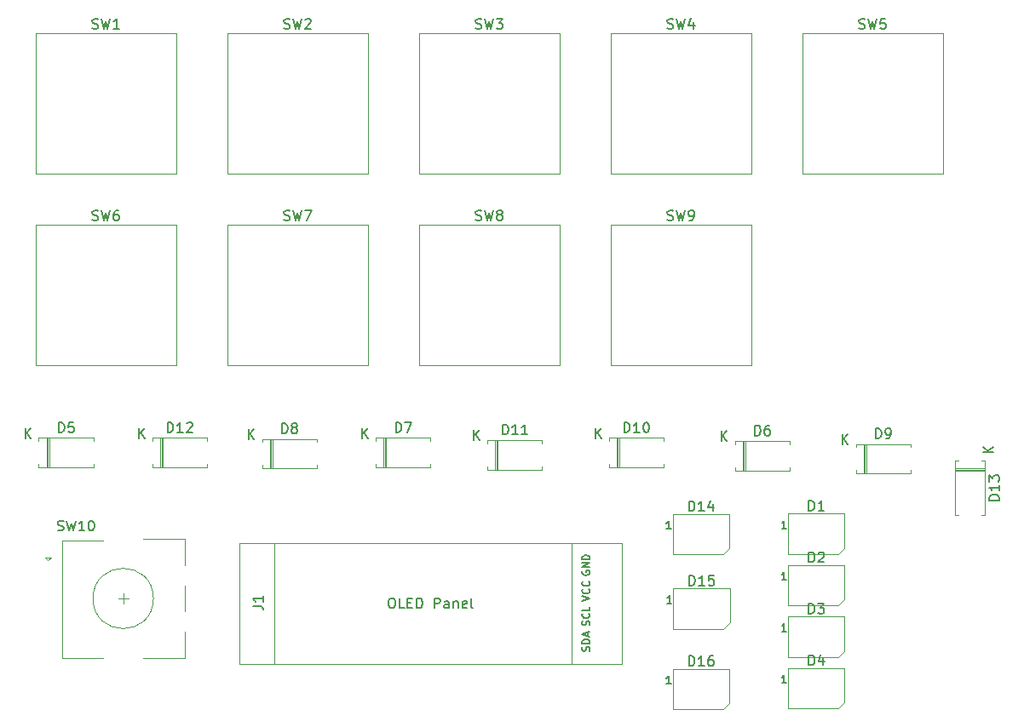
<source format=gbr>
%TF.GenerationSoftware,KiCad,Pcbnew,9.0.1*%
%TF.CreationDate,2025-05-27T18:47:11-04:00*%
%TF.ProjectId,hackpad,6861636b-7061-4642-9e6b-696361645f70,rev?*%
%TF.SameCoordinates,Original*%
%TF.FileFunction,Legend,Top*%
%TF.FilePolarity,Positive*%
%FSLAX46Y46*%
G04 Gerber Fmt 4.6, Leading zero omitted, Abs format (unit mm)*
G04 Created by KiCad (PCBNEW 9.0.1) date 2025-05-27 18:47:11*
%MOMM*%
%LPD*%
G01*
G04 APERTURE LIST*
%ADD10C,0.150000*%
%ADD11C,0.120000*%
%ADD12C,0.040000*%
G04 APERTURE END LIST*
D10*
X74061905Y-75584819D02*
X74061905Y-74584819D01*
X74061905Y-74584819D02*
X74300000Y-74584819D01*
X74300000Y-74584819D02*
X74442857Y-74632438D01*
X74442857Y-74632438D02*
X74538095Y-74727676D01*
X74538095Y-74727676D02*
X74585714Y-74822914D01*
X74585714Y-74822914D02*
X74633333Y-75013390D01*
X74633333Y-75013390D02*
X74633333Y-75156247D01*
X74633333Y-75156247D02*
X74585714Y-75346723D01*
X74585714Y-75346723D02*
X74538095Y-75441961D01*
X74538095Y-75441961D02*
X74442857Y-75537200D01*
X74442857Y-75537200D02*
X74300000Y-75584819D01*
X74300000Y-75584819D02*
X74061905Y-75584819D01*
X74966667Y-74584819D02*
X75633333Y-74584819D01*
X75633333Y-74584819D02*
X75204762Y-75584819D01*
X70728095Y-76154819D02*
X70728095Y-75154819D01*
X71299523Y-76154819D02*
X70870952Y-75583390D01*
X71299523Y-75154819D02*
X70728095Y-75726247D01*
X120110417Y-35395700D02*
X120253274Y-35443319D01*
X120253274Y-35443319D02*
X120491369Y-35443319D01*
X120491369Y-35443319D02*
X120586607Y-35395700D01*
X120586607Y-35395700D02*
X120634226Y-35348080D01*
X120634226Y-35348080D02*
X120681845Y-35252842D01*
X120681845Y-35252842D02*
X120681845Y-35157604D01*
X120681845Y-35157604D02*
X120634226Y-35062366D01*
X120634226Y-35062366D02*
X120586607Y-35014747D01*
X120586607Y-35014747D02*
X120491369Y-34967128D01*
X120491369Y-34967128D02*
X120300893Y-34919509D01*
X120300893Y-34919509D02*
X120205655Y-34871890D01*
X120205655Y-34871890D02*
X120158036Y-34824271D01*
X120158036Y-34824271D02*
X120110417Y-34729033D01*
X120110417Y-34729033D02*
X120110417Y-34633795D01*
X120110417Y-34633795D02*
X120158036Y-34538557D01*
X120158036Y-34538557D02*
X120205655Y-34490938D01*
X120205655Y-34490938D02*
X120300893Y-34443319D01*
X120300893Y-34443319D02*
X120538988Y-34443319D01*
X120538988Y-34443319D02*
X120681845Y-34490938D01*
X121015179Y-34443319D02*
X121253274Y-35443319D01*
X121253274Y-35443319D02*
X121443750Y-34729033D01*
X121443750Y-34729033D02*
X121634226Y-35443319D01*
X121634226Y-35443319D02*
X121872322Y-34443319D01*
X122729464Y-34443319D02*
X122253274Y-34443319D01*
X122253274Y-34443319D02*
X122205655Y-34919509D01*
X122205655Y-34919509D02*
X122253274Y-34871890D01*
X122253274Y-34871890D02*
X122348512Y-34824271D01*
X122348512Y-34824271D02*
X122586607Y-34824271D01*
X122586607Y-34824271D02*
X122681845Y-34871890D01*
X122681845Y-34871890D02*
X122729464Y-34919509D01*
X122729464Y-34919509D02*
X122777083Y-35014747D01*
X122777083Y-35014747D02*
X122777083Y-35252842D01*
X122777083Y-35252842D02*
X122729464Y-35348080D01*
X122729464Y-35348080D02*
X122681845Y-35395700D01*
X122681845Y-35395700D02*
X122586607Y-35443319D01*
X122586607Y-35443319D02*
X122348512Y-35443319D01*
X122348512Y-35443319D02*
X122253274Y-35395700D01*
X122253274Y-35395700D02*
X122205655Y-35348080D01*
X115111905Y-93609819D02*
X115111905Y-92609819D01*
X115111905Y-92609819D02*
X115350000Y-92609819D01*
X115350000Y-92609819D02*
X115492857Y-92657438D01*
X115492857Y-92657438D02*
X115588095Y-92752676D01*
X115588095Y-92752676D02*
X115635714Y-92847914D01*
X115635714Y-92847914D02*
X115683333Y-93038390D01*
X115683333Y-93038390D02*
X115683333Y-93181247D01*
X115683333Y-93181247D02*
X115635714Y-93371723D01*
X115635714Y-93371723D02*
X115588095Y-93466961D01*
X115588095Y-93466961D02*
X115492857Y-93562200D01*
X115492857Y-93562200D02*
X115350000Y-93609819D01*
X115350000Y-93609819D02*
X115111905Y-93609819D01*
X116016667Y-92609819D02*
X116635714Y-92609819D01*
X116635714Y-92609819D02*
X116302381Y-92990771D01*
X116302381Y-92990771D02*
X116445238Y-92990771D01*
X116445238Y-92990771D02*
X116540476Y-93038390D01*
X116540476Y-93038390D02*
X116588095Y-93086009D01*
X116588095Y-93086009D02*
X116635714Y-93181247D01*
X116635714Y-93181247D02*
X116635714Y-93419342D01*
X116635714Y-93419342D02*
X116588095Y-93514580D01*
X116588095Y-93514580D02*
X116540476Y-93562200D01*
X116540476Y-93562200D02*
X116445238Y-93609819D01*
X116445238Y-93609819D02*
X116159524Y-93609819D01*
X116159524Y-93609819D02*
X116064286Y-93562200D01*
X116064286Y-93562200D02*
X116016667Y-93514580D01*
X112878571Y-95392295D02*
X112421428Y-95392295D01*
X112650000Y-95392295D02*
X112650000Y-94592295D01*
X112650000Y-94592295D02*
X112573809Y-94706580D01*
X112573809Y-94706580D02*
X112497619Y-94782771D01*
X112497619Y-94782771D02*
X112421428Y-94820866D01*
X51385714Y-75584819D02*
X51385714Y-74584819D01*
X51385714Y-74584819D02*
X51623809Y-74584819D01*
X51623809Y-74584819D02*
X51766666Y-74632438D01*
X51766666Y-74632438D02*
X51861904Y-74727676D01*
X51861904Y-74727676D02*
X51909523Y-74822914D01*
X51909523Y-74822914D02*
X51957142Y-75013390D01*
X51957142Y-75013390D02*
X51957142Y-75156247D01*
X51957142Y-75156247D02*
X51909523Y-75346723D01*
X51909523Y-75346723D02*
X51861904Y-75441961D01*
X51861904Y-75441961D02*
X51766666Y-75537200D01*
X51766666Y-75537200D02*
X51623809Y-75584819D01*
X51623809Y-75584819D02*
X51385714Y-75584819D01*
X52909523Y-75584819D02*
X52338095Y-75584819D01*
X52623809Y-75584819D02*
X52623809Y-74584819D01*
X52623809Y-74584819D02*
X52528571Y-74727676D01*
X52528571Y-74727676D02*
X52433333Y-74822914D01*
X52433333Y-74822914D02*
X52338095Y-74870533D01*
X53290476Y-74680057D02*
X53338095Y-74632438D01*
X53338095Y-74632438D02*
X53433333Y-74584819D01*
X53433333Y-74584819D02*
X53671428Y-74584819D01*
X53671428Y-74584819D02*
X53766666Y-74632438D01*
X53766666Y-74632438D02*
X53814285Y-74680057D01*
X53814285Y-74680057D02*
X53861904Y-74775295D01*
X53861904Y-74775295D02*
X53861904Y-74870533D01*
X53861904Y-74870533D02*
X53814285Y-75013390D01*
X53814285Y-75013390D02*
X53242857Y-75584819D01*
X53242857Y-75584819D02*
X53861904Y-75584819D01*
X48528095Y-76154819D02*
X48528095Y-75154819D01*
X49099523Y-76154819D02*
X48670952Y-75583390D01*
X49099523Y-75154819D02*
X48528095Y-75726247D01*
X96759464Y-75584819D02*
X96759464Y-74584819D01*
X96759464Y-74584819D02*
X96997559Y-74584819D01*
X96997559Y-74584819D02*
X97140416Y-74632438D01*
X97140416Y-74632438D02*
X97235654Y-74727676D01*
X97235654Y-74727676D02*
X97283273Y-74822914D01*
X97283273Y-74822914D02*
X97330892Y-75013390D01*
X97330892Y-75013390D02*
X97330892Y-75156247D01*
X97330892Y-75156247D02*
X97283273Y-75346723D01*
X97283273Y-75346723D02*
X97235654Y-75441961D01*
X97235654Y-75441961D02*
X97140416Y-75537200D01*
X97140416Y-75537200D02*
X96997559Y-75584819D01*
X96997559Y-75584819D02*
X96759464Y-75584819D01*
X98283273Y-75584819D02*
X97711845Y-75584819D01*
X97997559Y-75584819D02*
X97997559Y-74584819D01*
X97997559Y-74584819D02*
X97902321Y-74727676D01*
X97902321Y-74727676D02*
X97807083Y-74822914D01*
X97807083Y-74822914D02*
X97711845Y-74870533D01*
X98902321Y-74584819D02*
X98997559Y-74584819D01*
X98997559Y-74584819D02*
X99092797Y-74632438D01*
X99092797Y-74632438D02*
X99140416Y-74680057D01*
X99140416Y-74680057D02*
X99188035Y-74775295D01*
X99188035Y-74775295D02*
X99235654Y-74965771D01*
X99235654Y-74965771D02*
X99235654Y-75203866D01*
X99235654Y-75203866D02*
X99188035Y-75394342D01*
X99188035Y-75394342D02*
X99140416Y-75489580D01*
X99140416Y-75489580D02*
X99092797Y-75537200D01*
X99092797Y-75537200D02*
X98997559Y-75584819D01*
X98997559Y-75584819D02*
X98902321Y-75584819D01*
X98902321Y-75584819D02*
X98807083Y-75537200D01*
X98807083Y-75537200D02*
X98759464Y-75489580D01*
X98759464Y-75489580D02*
X98711845Y-75394342D01*
X98711845Y-75394342D02*
X98664226Y-75203866D01*
X98664226Y-75203866D02*
X98664226Y-74965771D01*
X98664226Y-74965771D02*
X98711845Y-74775295D01*
X98711845Y-74775295D02*
X98759464Y-74680057D01*
X98759464Y-74680057D02*
X98807083Y-74632438D01*
X98807083Y-74632438D02*
X98902321Y-74584819D01*
X93901845Y-76154819D02*
X93901845Y-75154819D01*
X94473273Y-76154819D02*
X94044702Y-75583390D01*
X94473273Y-75154819D02*
X93901845Y-75726247D01*
X101060417Y-54445700D02*
X101203274Y-54493319D01*
X101203274Y-54493319D02*
X101441369Y-54493319D01*
X101441369Y-54493319D02*
X101536607Y-54445700D01*
X101536607Y-54445700D02*
X101584226Y-54398080D01*
X101584226Y-54398080D02*
X101631845Y-54302842D01*
X101631845Y-54302842D02*
X101631845Y-54207604D01*
X101631845Y-54207604D02*
X101584226Y-54112366D01*
X101584226Y-54112366D02*
X101536607Y-54064747D01*
X101536607Y-54064747D02*
X101441369Y-54017128D01*
X101441369Y-54017128D02*
X101250893Y-53969509D01*
X101250893Y-53969509D02*
X101155655Y-53921890D01*
X101155655Y-53921890D02*
X101108036Y-53874271D01*
X101108036Y-53874271D02*
X101060417Y-53779033D01*
X101060417Y-53779033D02*
X101060417Y-53683795D01*
X101060417Y-53683795D02*
X101108036Y-53588557D01*
X101108036Y-53588557D02*
X101155655Y-53540938D01*
X101155655Y-53540938D02*
X101250893Y-53493319D01*
X101250893Y-53493319D02*
X101488988Y-53493319D01*
X101488988Y-53493319D02*
X101631845Y-53540938D01*
X101965179Y-53493319D02*
X102203274Y-54493319D01*
X102203274Y-54493319D02*
X102393750Y-53779033D01*
X102393750Y-53779033D02*
X102584226Y-54493319D01*
X102584226Y-54493319D02*
X102822322Y-53493319D01*
X103250893Y-54493319D02*
X103441369Y-54493319D01*
X103441369Y-54493319D02*
X103536607Y-54445700D01*
X103536607Y-54445700D02*
X103584226Y-54398080D01*
X103584226Y-54398080D02*
X103679464Y-54255223D01*
X103679464Y-54255223D02*
X103727083Y-54064747D01*
X103727083Y-54064747D02*
X103727083Y-53683795D01*
X103727083Y-53683795D02*
X103679464Y-53588557D01*
X103679464Y-53588557D02*
X103631845Y-53540938D01*
X103631845Y-53540938D02*
X103536607Y-53493319D01*
X103536607Y-53493319D02*
X103346131Y-53493319D01*
X103346131Y-53493319D02*
X103250893Y-53540938D01*
X103250893Y-53540938D02*
X103203274Y-53588557D01*
X103203274Y-53588557D02*
X103155655Y-53683795D01*
X103155655Y-53683795D02*
X103155655Y-53921890D01*
X103155655Y-53921890D02*
X103203274Y-54017128D01*
X103203274Y-54017128D02*
X103250893Y-54064747D01*
X103250893Y-54064747D02*
X103346131Y-54112366D01*
X103346131Y-54112366D02*
X103536607Y-54112366D01*
X103536607Y-54112366D02*
X103631845Y-54064747D01*
X103631845Y-54064747D02*
X103679464Y-54017128D01*
X103679464Y-54017128D02*
X103727083Y-53921890D01*
X84675714Y-75784819D02*
X84675714Y-74784819D01*
X84675714Y-74784819D02*
X84913809Y-74784819D01*
X84913809Y-74784819D02*
X85056666Y-74832438D01*
X85056666Y-74832438D02*
X85151904Y-74927676D01*
X85151904Y-74927676D02*
X85199523Y-75022914D01*
X85199523Y-75022914D02*
X85247142Y-75213390D01*
X85247142Y-75213390D02*
X85247142Y-75356247D01*
X85247142Y-75356247D02*
X85199523Y-75546723D01*
X85199523Y-75546723D02*
X85151904Y-75641961D01*
X85151904Y-75641961D02*
X85056666Y-75737200D01*
X85056666Y-75737200D02*
X84913809Y-75784819D01*
X84913809Y-75784819D02*
X84675714Y-75784819D01*
X86199523Y-75784819D02*
X85628095Y-75784819D01*
X85913809Y-75784819D02*
X85913809Y-74784819D01*
X85913809Y-74784819D02*
X85818571Y-74927676D01*
X85818571Y-74927676D02*
X85723333Y-75022914D01*
X85723333Y-75022914D02*
X85628095Y-75070533D01*
X87151904Y-75784819D02*
X86580476Y-75784819D01*
X86866190Y-75784819D02*
X86866190Y-74784819D01*
X86866190Y-74784819D02*
X86770952Y-74927676D01*
X86770952Y-74927676D02*
X86675714Y-75022914D01*
X86675714Y-75022914D02*
X86580476Y-75070533D01*
X81818095Y-76354819D02*
X81818095Y-75354819D01*
X82389523Y-76354819D02*
X81960952Y-75783390D01*
X82389523Y-75354819D02*
X81818095Y-75926247D01*
X62960417Y-35395700D02*
X63103274Y-35443319D01*
X63103274Y-35443319D02*
X63341369Y-35443319D01*
X63341369Y-35443319D02*
X63436607Y-35395700D01*
X63436607Y-35395700D02*
X63484226Y-35348080D01*
X63484226Y-35348080D02*
X63531845Y-35252842D01*
X63531845Y-35252842D02*
X63531845Y-35157604D01*
X63531845Y-35157604D02*
X63484226Y-35062366D01*
X63484226Y-35062366D02*
X63436607Y-35014747D01*
X63436607Y-35014747D02*
X63341369Y-34967128D01*
X63341369Y-34967128D02*
X63150893Y-34919509D01*
X63150893Y-34919509D02*
X63055655Y-34871890D01*
X63055655Y-34871890D02*
X63008036Y-34824271D01*
X63008036Y-34824271D02*
X62960417Y-34729033D01*
X62960417Y-34729033D02*
X62960417Y-34633795D01*
X62960417Y-34633795D02*
X63008036Y-34538557D01*
X63008036Y-34538557D02*
X63055655Y-34490938D01*
X63055655Y-34490938D02*
X63150893Y-34443319D01*
X63150893Y-34443319D02*
X63388988Y-34443319D01*
X63388988Y-34443319D02*
X63531845Y-34490938D01*
X63865179Y-34443319D02*
X64103274Y-35443319D01*
X64103274Y-35443319D02*
X64293750Y-34729033D01*
X64293750Y-34729033D02*
X64484226Y-35443319D01*
X64484226Y-35443319D02*
X64722322Y-34443319D01*
X65055655Y-34538557D02*
X65103274Y-34490938D01*
X65103274Y-34490938D02*
X65198512Y-34443319D01*
X65198512Y-34443319D02*
X65436607Y-34443319D01*
X65436607Y-34443319D02*
X65531845Y-34490938D01*
X65531845Y-34490938D02*
X65579464Y-34538557D01*
X65579464Y-34538557D02*
X65627083Y-34633795D01*
X65627083Y-34633795D02*
X65627083Y-34729033D01*
X65627083Y-34729033D02*
X65579464Y-34871890D01*
X65579464Y-34871890D02*
X65008036Y-35443319D01*
X65008036Y-35443319D02*
X65627083Y-35443319D01*
X59854819Y-92843333D02*
X60569104Y-92843333D01*
X60569104Y-92843333D02*
X60711961Y-92890952D01*
X60711961Y-92890952D02*
X60807200Y-92986190D01*
X60807200Y-92986190D02*
X60854819Y-93129047D01*
X60854819Y-93129047D02*
X60854819Y-93224285D01*
X60854819Y-91843333D02*
X60854819Y-92414761D01*
X60854819Y-92129047D02*
X59854819Y-92129047D01*
X59854819Y-92129047D02*
X59997676Y-92224285D01*
X59997676Y-92224285D02*
X60092914Y-92319523D01*
X60092914Y-92319523D02*
X60140533Y-92414761D01*
X93303450Y-94762856D02*
X93339164Y-94655714D01*
X93339164Y-94655714D02*
X93339164Y-94477142D01*
X93339164Y-94477142D02*
X93303450Y-94405714D01*
X93303450Y-94405714D02*
X93267735Y-94369999D01*
X93267735Y-94369999D02*
X93196307Y-94334285D01*
X93196307Y-94334285D02*
X93124878Y-94334285D01*
X93124878Y-94334285D02*
X93053450Y-94369999D01*
X93053450Y-94369999D02*
X93017735Y-94405714D01*
X93017735Y-94405714D02*
X92982021Y-94477142D01*
X92982021Y-94477142D02*
X92946307Y-94619999D01*
X92946307Y-94619999D02*
X92910592Y-94691428D01*
X92910592Y-94691428D02*
X92874878Y-94727142D01*
X92874878Y-94727142D02*
X92803450Y-94762856D01*
X92803450Y-94762856D02*
X92732021Y-94762856D01*
X92732021Y-94762856D02*
X92660592Y-94727142D01*
X92660592Y-94727142D02*
X92624878Y-94691428D01*
X92624878Y-94691428D02*
X92589164Y-94619999D01*
X92589164Y-94619999D02*
X92589164Y-94441428D01*
X92589164Y-94441428D02*
X92624878Y-94334285D01*
X93267735Y-93584285D02*
X93303450Y-93619999D01*
X93303450Y-93619999D02*
X93339164Y-93727142D01*
X93339164Y-93727142D02*
X93339164Y-93798570D01*
X93339164Y-93798570D02*
X93303450Y-93905713D01*
X93303450Y-93905713D02*
X93232021Y-93977142D01*
X93232021Y-93977142D02*
X93160592Y-94012856D01*
X93160592Y-94012856D02*
X93017735Y-94048570D01*
X93017735Y-94048570D02*
X92910592Y-94048570D01*
X92910592Y-94048570D02*
X92767735Y-94012856D01*
X92767735Y-94012856D02*
X92696307Y-93977142D01*
X92696307Y-93977142D02*
X92624878Y-93905713D01*
X92624878Y-93905713D02*
X92589164Y-93798570D01*
X92589164Y-93798570D02*
X92589164Y-93727142D01*
X92589164Y-93727142D02*
X92624878Y-93619999D01*
X92624878Y-93619999D02*
X92660592Y-93584285D01*
X93339164Y-92905713D02*
X93339164Y-93262856D01*
X93339164Y-93262856D02*
X92589164Y-93262856D01*
X92624878Y-89361428D02*
X92589164Y-89432857D01*
X92589164Y-89432857D02*
X92589164Y-89539999D01*
X92589164Y-89539999D02*
X92624878Y-89647142D01*
X92624878Y-89647142D02*
X92696307Y-89718571D01*
X92696307Y-89718571D02*
X92767735Y-89754285D01*
X92767735Y-89754285D02*
X92910592Y-89789999D01*
X92910592Y-89789999D02*
X93017735Y-89789999D01*
X93017735Y-89789999D02*
X93160592Y-89754285D01*
X93160592Y-89754285D02*
X93232021Y-89718571D01*
X93232021Y-89718571D02*
X93303450Y-89647142D01*
X93303450Y-89647142D02*
X93339164Y-89539999D01*
X93339164Y-89539999D02*
X93339164Y-89468571D01*
X93339164Y-89468571D02*
X93303450Y-89361428D01*
X93303450Y-89361428D02*
X93267735Y-89325714D01*
X93267735Y-89325714D02*
X93017735Y-89325714D01*
X93017735Y-89325714D02*
X93017735Y-89468571D01*
X93339164Y-89004285D02*
X92589164Y-89004285D01*
X92589164Y-89004285D02*
X93339164Y-88575714D01*
X93339164Y-88575714D02*
X92589164Y-88575714D01*
X93339164Y-88218571D02*
X92589164Y-88218571D01*
X92589164Y-88218571D02*
X92589164Y-88040000D01*
X92589164Y-88040000D02*
X92624878Y-87932857D01*
X92624878Y-87932857D02*
X92696307Y-87861428D01*
X92696307Y-87861428D02*
X92767735Y-87825714D01*
X92767735Y-87825714D02*
X92910592Y-87790000D01*
X92910592Y-87790000D02*
X93017735Y-87790000D01*
X93017735Y-87790000D02*
X93160592Y-87825714D01*
X93160592Y-87825714D02*
X93232021Y-87861428D01*
X93232021Y-87861428D02*
X93303450Y-87932857D01*
X93303450Y-87932857D02*
X93339164Y-88040000D01*
X93339164Y-88040000D02*
X93339164Y-88218571D01*
X93303450Y-97320713D02*
X93339164Y-97213571D01*
X93339164Y-97213571D02*
X93339164Y-97034999D01*
X93339164Y-97034999D02*
X93303450Y-96963571D01*
X93303450Y-96963571D02*
X93267735Y-96927856D01*
X93267735Y-96927856D02*
X93196307Y-96892142D01*
X93196307Y-96892142D02*
X93124878Y-96892142D01*
X93124878Y-96892142D02*
X93053450Y-96927856D01*
X93053450Y-96927856D02*
X93017735Y-96963571D01*
X93017735Y-96963571D02*
X92982021Y-97034999D01*
X92982021Y-97034999D02*
X92946307Y-97177856D01*
X92946307Y-97177856D02*
X92910592Y-97249285D01*
X92910592Y-97249285D02*
X92874878Y-97284999D01*
X92874878Y-97284999D02*
X92803450Y-97320713D01*
X92803450Y-97320713D02*
X92732021Y-97320713D01*
X92732021Y-97320713D02*
X92660592Y-97284999D01*
X92660592Y-97284999D02*
X92624878Y-97249285D01*
X92624878Y-97249285D02*
X92589164Y-97177856D01*
X92589164Y-97177856D02*
X92589164Y-96999285D01*
X92589164Y-96999285D02*
X92624878Y-96892142D01*
X93339164Y-96570713D02*
X92589164Y-96570713D01*
X92589164Y-96570713D02*
X92589164Y-96392142D01*
X92589164Y-96392142D02*
X92624878Y-96284999D01*
X92624878Y-96284999D02*
X92696307Y-96213570D01*
X92696307Y-96213570D02*
X92767735Y-96177856D01*
X92767735Y-96177856D02*
X92910592Y-96142142D01*
X92910592Y-96142142D02*
X93017735Y-96142142D01*
X93017735Y-96142142D02*
X93160592Y-96177856D01*
X93160592Y-96177856D02*
X93232021Y-96213570D01*
X93232021Y-96213570D02*
X93303450Y-96284999D01*
X93303450Y-96284999D02*
X93339164Y-96392142D01*
X93339164Y-96392142D02*
X93339164Y-96570713D01*
X93124878Y-95856427D02*
X93124878Y-95499285D01*
X93339164Y-95927856D02*
X92589164Y-95677856D01*
X92589164Y-95677856D02*
X93339164Y-95427856D01*
X73571428Y-92054819D02*
X73761904Y-92054819D01*
X73761904Y-92054819D02*
X73857142Y-92102438D01*
X73857142Y-92102438D02*
X73952380Y-92197676D01*
X73952380Y-92197676D02*
X73999999Y-92388152D01*
X73999999Y-92388152D02*
X73999999Y-92721485D01*
X73999999Y-92721485D02*
X73952380Y-92911961D01*
X73952380Y-92911961D02*
X73857142Y-93007200D01*
X73857142Y-93007200D02*
X73761904Y-93054819D01*
X73761904Y-93054819D02*
X73571428Y-93054819D01*
X73571428Y-93054819D02*
X73476190Y-93007200D01*
X73476190Y-93007200D02*
X73380952Y-92911961D01*
X73380952Y-92911961D02*
X73333333Y-92721485D01*
X73333333Y-92721485D02*
X73333333Y-92388152D01*
X73333333Y-92388152D02*
X73380952Y-92197676D01*
X73380952Y-92197676D02*
X73476190Y-92102438D01*
X73476190Y-92102438D02*
X73571428Y-92054819D01*
X74904761Y-93054819D02*
X74428571Y-93054819D01*
X74428571Y-93054819D02*
X74428571Y-92054819D01*
X75238095Y-92531009D02*
X75571428Y-92531009D01*
X75714285Y-93054819D02*
X75238095Y-93054819D01*
X75238095Y-93054819D02*
X75238095Y-92054819D01*
X75238095Y-92054819D02*
X75714285Y-92054819D01*
X76142857Y-93054819D02*
X76142857Y-92054819D01*
X76142857Y-92054819D02*
X76380952Y-92054819D01*
X76380952Y-92054819D02*
X76523809Y-92102438D01*
X76523809Y-92102438D02*
X76619047Y-92197676D01*
X76619047Y-92197676D02*
X76666666Y-92292914D01*
X76666666Y-92292914D02*
X76714285Y-92483390D01*
X76714285Y-92483390D02*
X76714285Y-92626247D01*
X76714285Y-92626247D02*
X76666666Y-92816723D01*
X76666666Y-92816723D02*
X76619047Y-92911961D01*
X76619047Y-92911961D02*
X76523809Y-93007200D01*
X76523809Y-93007200D02*
X76380952Y-93054819D01*
X76380952Y-93054819D02*
X76142857Y-93054819D01*
X77904762Y-93054819D02*
X77904762Y-92054819D01*
X77904762Y-92054819D02*
X78285714Y-92054819D01*
X78285714Y-92054819D02*
X78380952Y-92102438D01*
X78380952Y-92102438D02*
X78428571Y-92150057D01*
X78428571Y-92150057D02*
X78476190Y-92245295D01*
X78476190Y-92245295D02*
X78476190Y-92388152D01*
X78476190Y-92388152D02*
X78428571Y-92483390D01*
X78428571Y-92483390D02*
X78380952Y-92531009D01*
X78380952Y-92531009D02*
X78285714Y-92578628D01*
X78285714Y-92578628D02*
X77904762Y-92578628D01*
X79333333Y-93054819D02*
X79333333Y-92531009D01*
X79333333Y-92531009D02*
X79285714Y-92435771D01*
X79285714Y-92435771D02*
X79190476Y-92388152D01*
X79190476Y-92388152D02*
X79000000Y-92388152D01*
X79000000Y-92388152D02*
X78904762Y-92435771D01*
X79333333Y-93007200D02*
X79238095Y-93054819D01*
X79238095Y-93054819D02*
X79000000Y-93054819D01*
X79000000Y-93054819D02*
X78904762Y-93007200D01*
X78904762Y-93007200D02*
X78857143Y-92911961D01*
X78857143Y-92911961D02*
X78857143Y-92816723D01*
X78857143Y-92816723D02*
X78904762Y-92721485D01*
X78904762Y-92721485D02*
X79000000Y-92673866D01*
X79000000Y-92673866D02*
X79238095Y-92673866D01*
X79238095Y-92673866D02*
X79333333Y-92626247D01*
X79809524Y-92388152D02*
X79809524Y-93054819D01*
X79809524Y-92483390D02*
X79857143Y-92435771D01*
X79857143Y-92435771D02*
X79952381Y-92388152D01*
X79952381Y-92388152D02*
X80095238Y-92388152D01*
X80095238Y-92388152D02*
X80190476Y-92435771D01*
X80190476Y-92435771D02*
X80238095Y-92531009D01*
X80238095Y-92531009D02*
X80238095Y-93054819D01*
X81095238Y-93007200D02*
X81000000Y-93054819D01*
X81000000Y-93054819D02*
X80809524Y-93054819D01*
X80809524Y-93054819D02*
X80714286Y-93007200D01*
X80714286Y-93007200D02*
X80666667Y-92911961D01*
X80666667Y-92911961D02*
X80666667Y-92531009D01*
X80666667Y-92531009D02*
X80714286Y-92435771D01*
X80714286Y-92435771D02*
X80809524Y-92388152D01*
X80809524Y-92388152D02*
X81000000Y-92388152D01*
X81000000Y-92388152D02*
X81095238Y-92435771D01*
X81095238Y-92435771D02*
X81142857Y-92531009D01*
X81142857Y-92531009D02*
X81142857Y-92626247D01*
X81142857Y-92626247D02*
X80666667Y-92721485D01*
X81714286Y-93054819D02*
X81619048Y-93007200D01*
X81619048Y-93007200D02*
X81571429Y-92911961D01*
X81571429Y-92911961D02*
X81571429Y-92054819D01*
X92589164Y-92329999D02*
X93339164Y-92079999D01*
X93339164Y-92079999D02*
X92589164Y-91829999D01*
X93267735Y-91151428D02*
X93303450Y-91187142D01*
X93303450Y-91187142D02*
X93339164Y-91294285D01*
X93339164Y-91294285D02*
X93339164Y-91365713D01*
X93339164Y-91365713D02*
X93303450Y-91472856D01*
X93303450Y-91472856D02*
X93232021Y-91544285D01*
X93232021Y-91544285D02*
X93160592Y-91579999D01*
X93160592Y-91579999D02*
X93017735Y-91615713D01*
X93017735Y-91615713D02*
X92910592Y-91615713D01*
X92910592Y-91615713D02*
X92767735Y-91579999D01*
X92767735Y-91579999D02*
X92696307Y-91544285D01*
X92696307Y-91544285D02*
X92624878Y-91472856D01*
X92624878Y-91472856D02*
X92589164Y-91365713D01*
X92589164Y-91365713D02*
X92589164Y-91294285D01*
X92589164Y-91294285D02*
X92624878Y-91187142D01*
X92624878Y-91187142D02*
X92660592Y-91151428D01*
X93267735Y-90401428D02*
X93303450Y-90437142D01*
X93303450Y-90437142D02*
X93339164Y-90544285D01*
X93339164Y-90544285D02*
X93339164Y-90615713D01*
X93339164Y-90615713D02*
X93303450Y-90722856D01*
X93303450Y-90722856D02*
X93232021Y-90794285D01*
X93232021Y-90794285D02*
X93160592Y-90829999D01*
X93160592Y-90829999D02*
X93017735Y-90865713D01*
X93017735Y-90865713D02*
X92910592Y-90865713D01*
X92910592Y-90865713D02*
X92767735Y-90829999D01*
X92767735Y-90829999D02*
X92696307Y-90794285D01*
X92696307Y-90794285D02*
X92624878Y-90722856D01*
X92624878Y-90722856D02*
X92589164Y-90615713D01*
X92589164Y-90615713D02*
X92589164Y-90544285D01*
X92589164Y-90544285D02*
X92624878Y-90437142D01*
X92624878Y-90437142D02*
X92660592Y-90401428D01*
X121761905Y-76184819D02*
X121761905Y-75184819D01*
X121761905Y-75184819D02*
X122000000Y-75184819D01*
X122000000Y-75184819D02*
X122142857Y-75232438D01*
X122142857Y-75232438D02*
X122238095Y-75327676D01*
X122238095Y-75327676D02*
X122285714Y-75422914D01*
X122285714Y-75422914D02*
X122333333Y-75613390D01*
X122333333Y-75613390D02*
X122333333Y-75756247D01*
X122333333Y-75756247D02*
X122285714Y-75946723D01*
X122285714Y-75946723D02*
X122238095Y-76041961D01*
X122238095Y-76041961D02*
X122142857Y-76137200D01*
X122142857Y-76137200D02*
X122000000Y-76184819D01*
X122000000Y-76184819D02*
X121761905Y-76184819D01*
X122809524Y-76184819D02*
X123000000Y-76184819D01*
X123000000Y-76184819D02*
X123095238Y-76137200D01*
X123095238Y-76137200D02*
X123142857Y-76089580D01*
X123142857Y-76089580D02*
X123238095Y-75946723D01*
X123238095Y-75946723D02*
X123285714Y-75756247D01*
X123285714Y-75756247D02*
X123285714Y-75375295D01*
X123285714Y-75375295D02*
X123238095Y-75280057D01*
X123238095Y-75280057D02*
X123190476Y-75232438D01*
X123190476Y-75232438D02*
X123095238Y-75184819D01*
X123095238Y-75184819D02*
X122904762Y-75184819D01*
X122904762Y-75184819D02*
X122809524Y-75232438D01*
X122809524Y-75232438D02*
X122761905Y-75280057D01*
X122761905Y-75280057D02*
X122714286Y-75375295D01*
X122714286Y-75375295D02*
X122714286Y-75613390D01*
X122714286Y-75613390D02*
X122761905Y-75708628D01*
X122761905Y-75708628D02*
X122809524Y-75756247D01*
X122809524Y-75756247D02*
X122904762Y-75803866D01*
X122904762Y-75803866D02*
X123095238Y-75803866D01*
X123095238Y-75803866D02*
X123190476Y-75756247D01*
X123190476Y-75756247D02*
X123238095Y-75708628D01*
X123238095Y-75708628D02*
X123285714Y-75613390D01*
X118428095Y-76754819D02*
X118428095Y-75754819D01*
X118999523Y-76754819D02*
X118570952Y-76183390D01*
X118999523Y-75754819D02*
X118428095Y-76326247D01*
X82010417Y-35395700D02*
X82153274Y-35443319D01*
X82153274Y-35443319D02*
X82391369Y-35443319D01*
X82391369Y-35443319D02*
X82486607Y-35395700D01*
X82486607Y-35395700D02*
X82534226Y-35348080D01*
X82534226Y-35348080D02*
X82581845Y-35252842D01*
X82581845Y-35252842D02*
X82581845Y-35157604D01*
X82581845Y-35157604D02*
X82534226Y-35062366D01*
X82534226Y-35062366D02*
X82486607Y-35014747D01*
X82486607Y-35014747D02*
X82391369Y-34967128D01*
X82391369Y-34967128D02*
X82200893Y-34919509D01*
X82200893Y-34919509D02*
X82105655Y-34871890D01*
X82105655Y-34871890D02*
X82058036Y-34824271D01*
X82058036Y-34824271D02*
X82010417Y-34729033D01*
X82010417Y-34729033D02*
X82010417Y-34633795D01*
X82010417Y-34633795D02*
X82058036Y-34538557D01*
X82058036Y-34538557D02*
X82105655Y-34490938D01*
X82105655Y-34490938D02*
X82200893Y-34443319D01*
X82200893Y-34443319D02*
X82438988Y-34443319D01*
X82438988Y-34443319D02*
X82581845Y-34490938D01*
X82915179Y-34443319D02*
X83153274Y-35443319D01*
X83153274Y-35443319D02*
X83343750Y-34729033D01*
X83343750Y-34729033D02*
X83534226Y-35443319D01*
X83534226Y-35443319D02*
X83772322Y-34443319D01*
X84058036Y-34443319D02*
X84677083Y-34443319D01*
X84677083Y-34443319D02*
X84343750Y-34824271D01*
X84343750Y-34824271D02*
X84486607Y-34824271D01*
X84486607Y-34824271D02*
X84581845Y-34871890D01*
X84581845Y-34871890D02*
X84629464Y-34919509D01*
X84629464Y-34919509D02*
X84677083Y-35014747D01*
X84677083Y-35014747D02*
X84677083Y-35252842D01*
X84677083Y-35252842D02*
X84629464Y-35348080D01*
X84629464Y-35348080D02*
X84581845Y-35395700D01*
X84581845Y-35395700D02*
X84486607Y-35443319D01*
X84486607Y-35443319D02*
X84200893Y-35443319D01*
X84200893Y-35443319D02*
X84105655Y-35395700D01*
X84105655Y-35395700D02*
X84058036Y-35348080D01*
X43910417Y-35395700D02*
X44053274Y-35443319D01*
X44053274Y-35443319D02*
X44291369Y-35443319D01*
X44291369Y-35443319D02*
X44386607Y-35395700D01*
X44386607Y-35395700D02*
X44434226Y-35348080D01*
X44434226Y-35348080D02*
X44481845Y-35252842D01*
X44481845Y-35252842D02*
X44481845Y-35157604D01*
X44481845Y-35157604D02*
X44434226Y-35062366D01*
X44434226Y-35062366D02*
X44386607Y-35014747D01*
X44386607Y-35014747D02*
X44291369Y-34967128D01*
X44291369Y-34967128D02*
X44100893Y-34919509D01*
X44100893Y-34919509D02*
X44005655Y-34871890D01*
X44005655Y-34871890D02*
X43958036Y-34824271D01*
X43958036Y-34824271D02*
X43910417Y-34729033D01*
X43910417Y-34729033D02*
X43910417Y-34633795D01*
X43910417Y-34633795D02*
X43958036Y-34538557D01*
X43958036Y-34538557D02*
X44005655Y-34490938D01*
X44005655Y-34490938D02*
X44100893Y-34443319D01*
X44100893Y-34443319D02*
X44338988Y-34443319D01*
X44338988Y-34443319D02*
X44481845Y-34490938D01*
X44815179Y-34443319D02*
X45053274Y-35443319D01*
X45053274Y-35443319D02*
X45243750Y-34729033D01*
X45243750Y-34729033D02*
X45434226Y-35443319D01*
X45434226Y-35443319D02*
X45672322Y-34443319D01*
X46577083Y-35443319D02*
X46005655Y-35443319D01*
X46291369Y-35443319D02*
X46291369Y-34443319D01*
X46291369Y-34443319D02*
X46196131Y-34586176D01*
X46196131Y-34586176D02*
X46100893Y-34681414D01*
X46100893Y-34681414D02*
X46005655Y-34729033D01*
X62960417Y-54445700D02*
X63103274Y-54493319D01*
X63103274Y-54493319D02*
X63341369Y-54493319D01*
X63341369Y-54493319D02*
X63436607Y-54445700D01*
X63436607Y-54445700D02*
X63484226Y-54398080D01*
X63484226Y-54398080D02*
X63531845Y-54302842D01*
X63531845Y-54302842D02*
X63531845Y-54207604D01*
X63531845Y-54207604D02*
X63484226Y-54112366D01*
X63484226Y-54112366D02*
X63436607Y-54064747D01*
X63436607Y-54064747D02*
X63341369Y-54017128D01*
X63341369Y-54017128D02*
X63150893Y-53969509D01*
X63150893Y-53969509D02*
X63055655Y-53921890D01*
X63055655Y-53921890D02*
X63008036Y-53874271D01*
X63008036Y-53874271D02*
X62960417Y-53779033D01*
X62960417Y-53779033D02*
X62960417Y-53683795D01*
X62960417Y-53683795D02*
X63008036Y-53588557D01*
X63008036Y-53588557D02*
X63055655Y-53540938D01*
X63055655Y-53540938D02*
X63150893Y-53493319D01*
X63150893Y-53493319D02*
X63388988Y-53493319D01*
X63388988Y-53493319D02*
X63531845Y-53540938D01*
X63865179Y-53493319D02*
X64103274Y-54493319D01*
X64103274Y-54493319D02*
X64293750Y-53779033D01*
X64293750Y-53779033D02*
X64484226Y-54493319D01*
X64484226Y-54493319D02*
X64722322Y-53493319D01*
X65008036Y-53493319D02*
X65674702Y-53493319D01*
X65674702Y-53493319D02*
X65246131Y-54493319D01*
X115111905Y-88489819D02*
X115111905Y-87489819D01*
X115111905Y-87489819D02*
X115350000Y-87489819D01*
X115350000Y-87489819D02*
X115492857Y-87537438D01*
X115492857Y-87537438D02*
X115588095Y-87632676D01*
X115588095Y-87632676D02*
X115635714Y-87727914D01*
X115635714Y-87727914D02*
X115683333Y-87918390D01*
X115683333Y-87918390D02*
X115683333Y-88061247D01*
X115683333Y-88061247D02*
X115635714Y-88251723D01*
X115635714Y-88251723D02*
X115588095Y-88346961D01*
X115588095Y-88346961D02*
X115492857Y-88442200D01*
X115492857Y-88442200D02*
X115350000Y-88489819D01*
X115350000Y-88489819D02*
X115111905Y-88489819D01*
X116064286Y-87585057D02*
X116111905Y-87537438D01*
X116111905Y-87537438D02*
X116207143Y-87489819D01*
X116207143Y-87489819D02*
X116445238Y-87489819D01*
X116445238Y-87489819D02*
X116540476Y-87537438D01*
X116540476Y-87537438D02*
X116588095Y-87585057D01*
X116588095Y-87585057D02*
X116635714Y-87680295D01*
X116635714Y-87680295D02*
X116635714Y-87775533D01*
X116635714Y-87775533D02*
X116588095Y-87918390D01*
X116588095Y-87918390D02*
X116016667Y-88489819D01*
X116016667Y-88489819D02*
X116635714Y-88489819D01*
X112878571Y-90272295D02*
X112421428Y-90272295D01*
X112650000Y-90272295D02*
X112650000Y-89472295D01*
X112650000Y-89472295D02*
X112573809Y-89586580D01*
X112573809Y-89586580D02*
X112497619Y-89662771D01*
X112497619Y-89662771D02*
X112421428Y-89700866D01*
X103185714Y-83404819D02*
X103185714Y-82404819D01*
X103185714Y-82404819D02*
X103423809Y-82404819D01*
X103423809Y-82404819D02*
X103566666Y-82452438D01*
X103566666Y-82452438D02*
X103661904Y-82547676D01*
X103661904Y-82547676D02*
X103709523Y-82642914D01*
X103709523Y-82642914D02*
X103757142Y-82833390D01*
X103757142Y-82833390D02*
X103757142Y-82976247D01*
X103757142Y-82976247D02*
X103709523Y-83166723D01*
X103709523Y-83166723D02*
X103661904Y-83261961D01*
X103661904Y-83261961D02*
X103566666Y-83357200D01*
X103566666Y-83357200D02*
X103423809Y-83404819D01*
X103423809Y-83404819D02*
X103185714Y-83404819D01*
X104709523Y-83404819D02*
X104138095Y-83404819D01*
X104423809Y-83404819D02*
X104423809Y-82404819D01*
X104423809Y-82404819D02*
X104328571Y-82547676D01*
X104328571Y-82547676D02*
X104233333Y-82642914D01*
X104233333Y-82642914D02*
X104138095Y-82690533D01*
X105566666Y-82738152D02*
X105566666Y-83404819D01*
X105328571Y-82357200D02*
X105090476Y-83071485D01*
X105090476Y-83071485D02*
X105709523Y-83071485D01*
X101428571Y-85187295D02*
X100971428Y-85187295D01*
X101200000Y-85187295D02*
X101200000Y-84387295D01*
X101200000Y-84387295D02*
X101123809Y-84501580D01*
X101123809Y-84501580D02*
X101047619Y-84577771D01*
X101047619Y-84577771D02*
X100971428Y-84615866D01*
X134024819Y-82324285D02*
X133024819Y-82324285D01*
X133024819Y-82324285D02*
X133024819Y-82086190D01*
X133024819Y-82086190D02*
X133072438Y-81943333D01*
X133072438Y-81943333D02*
X133167676Y-81848095D01*
X133167676Y-81848095D02*
X133262914Y-81800476D01*
X133262914Y-81800476D02*
X133453390Y-81752857D01*
X133453390Y-81752857D02*
X133596247Y-81752857D01*
X133596247Y-81752857D02*
X133786723Y-81800476D01*
X133786723Y-81800476D02*
X133881961Y-81848095D01*
X133881961Y-81848095D02*
X133977200Y-81943333D01*
X133977200Y-81943333D02*
X134024819Y-82086190D01*
X134024819Y-82086190D02*
X134024819Y-82324285D01*
X134024819Y-80800476D02*
X134024819Y-81371904D01*
X134024819Y-81086190D02*
X133024819Y-81086190D01*
X133024819Y-81086190D02*
X133167676Y-81181428D01*
X133167676Y-81181428D02*
X133262914Y-81276666D01*
X133262914Y-81276666D02*
X133310533Y-81371904D01*
X133024819Y-80467142D02*
X133024819Y-79848095D01*
X133024819Y-79848095D02*
X133405771Y-80181428D01*
X133405771Y-80181428D02*
X133405771Y-80038571D01*
X133405771Y-80038571D02*
X133453390Y-79943333D01*
X133453390Y-79943333D02*
X133501009Y-79895714D01*
X133501009Y-79895714D02*
X133596247Y-79848095D01*
X133596247Y-79848095D02*
X133834342Y-79848095D01*
X133834342Y-79848095D02*
X133929580Y-79895714D01*
X133929580Y-79895714D02*
X133977200Y-79943333D01*
X133977200Y-79943333D02*
X134024819Y-80038571D01*
X134024819Y-80038571D02*
X134024819Y-80324285D01*
X134024819Y-80324285D02*
X133977200Y-80419523D01*
X133977200Y-80419523D02*
X133929580Y-80467142D01*
X133454819Y-77561904D02*
X132454819Y-77561904D01*
X133454819Y-76990476D02*
X132883390Y-77419047D01*
X132454819Y-76990476D02*
X133026247Y-77561904D01*
X103185714Y-98804819D02*
X103185714Y-97804819D01*
X103185714Y-97804819D02*
X103423809Y-97804819D01*
X103423809Y-97804819D02*
X103566666Y-97852438D01*
X103566666Y-97852438D02*
X103661904Y-97947676D01*
X103661904Y-97947676D02*
X103709523Y-98042914D01*
X103709523Y-98042914D02*
X103757142Y-98233390D01*
X103757142Y-98233390D02*
X103757142Y-98376247D01*
X103757142Y-98376247D02*
X103709523Y-98566723D01*
X103709523Y-98566723D02*
X103661904Y-98661961D01*
X103661904Y-98661961D02*
X103566666Y-98757200D01*
X103566666Y-98757200D02*
X103423809Y-98804819D01*
X103423809Y-98804819D02*
X103185714Y-98804819D01*
X104709523Y-98804819D02*
X104138095Y-98804819D01*
X104423809Y-98804819D02*
X104423809Y-97804819D01*
X104423809Y-97804819D02*
X104328571Y-97947676D01*
X104328571Y-97947676D02*
X104233333Y-98042914D01*
X104233333Y-98042914D02*
X104138095Y-98090533D01*
X105566666Y-97804819D02*
X105376190Y-97804819D01*
X105376190Y-97804819D02*
X105280952Y-97852438D01*
X105280952Y-97852438D02*
X105233333Y-97900057D01*
X105233333Y-97900057D02*
X105138095Y-98042914D01*
X105138095Y-98042914D02*
X105090476Y-98233390D01*
X105090476Y-98233390D02*
X105090476Y-98614342D01*
X105090476Y-98614342D02*
X105138095Y-98709580D01*
X105138095Y-98709580D02*
X105185714Y-98757200D01*
X105185714Y-98757200D02*
X105280952Y-98804819D01*
X105280952Y-98804819D02*
X105471428Y-98804819D01*
X105471428Y-98804819D02*
X105566666Y-98757200D01*
X105566666Y-98757200D02*
X105614285Y-98709580D01*
X105614285Y-98709580D02*
X105661904Y-98614342D01*
X105661904Y-98614342D02*
X105661904Y-98376247D01*
X105661904Y-98376247D02*
X105614285Y-98281009D01*
X105614285Y-98281009D02*
X105566666Y-98233390D01*
X105566666Y-98233390D02*
X105471428Y-98185771D01*
X105471428Y-98185771D02*
X105280952Y-98185771D01*
X105280952Y-98185771D02*
X105185714Y-98233390D01*
X105185714Y-98233390D02*
X105138095Y-98281009D01*
X105138095Y-98281009D02*
X105090476Y-98376247D01*
X101428571Y-100587295D02*
X100971428Y-100587295D01*
X101200000Y-100587295D02*
X101200000Y-99787295D01*
X101200000Y-99787295D02*
X101123809Y-99901580D01*
X101123809Y-99901580D02*
X101047619Y-99977771D01*
X101047619Y-99977771D02*
X100971428Y-100015866D01*
X101060417Y-35395700D02*
X101203274Y-35443319D01*
X101203274Y-35443319D02*
X101441369Y-35443319D01*
X101441369Y-35443319D02*
X101536607Y-35395700D01*
X101536607Y-35395700D02*
X101584226Y-35348080D01*
X101584226Y-35348080D02*
X101631845Y-35252842D01*
X101631845Y-35252842D02*
X101631845Y-35157604D01*
X101631845Y-35157604D02*
X101584226Y-35062366D01*
X101584226Y-35062366D02*
X101536607Y-35014747D01*
X101536607Y-35014747D02*
X101441369Y-34967128D01*
X101441369Y-34967128D02*
X101250893Y-34919509D01*
X101250893Y-34919509D02*
X101155655Y-34871890D01*
X101155655Y-34871890D02*
X101108036Y-34824271D01*
X101108036Y-34824271D02*
X101060417Y-34729033D01*
X101060417Y-34729033D02*
X101060417Y-34633795D01*
X101060417Y-34633795D02*
X101108036Y-34538557D01*
X101108036Y-34538557D02*
X101155655Y-34490938D01*
X101155655Y-34490938D02*
X101250893Y-34443319D01*
X101250893Y-34443319D02*
X101488988Y-34443319D01*
X101488988Y-34443319D02*
X101631845Y-34490938D01*
X101965179Y-34443319D02*
X102203274Y-35443319D01*
X102203274Y-35443319D02*
X102393750Y-34729033D01*
X102393750Y-34729033D02*
X102584226Y-35443319D01*
X102584226Y-35443319D02*
X102822322Y-34443319D01*
X103631845Y-34776652D02*
X103631845Y-35443319D01*
X103393750Y-34395700D02*
X103155655Y-35109985D01*
X103155655Y-35109985D02*
X103774702Y-35109985D01*
X103235714Y-90809819D02*
X103235714Y-89809819D01*
X103235714Y-89809819D02*
X103473809Y-89809819D01*
X103473809Y-89809819D02*
X103616666Y-89857438D01*
X103616666Y-89857438D02*
X103711904Y-89952676D01*
X103711904Y-89952676D02*
X103759523Y-90047914D01*
X103759523Y-90047914D02*
X103807142Y-90238390D01*
X103807142Y-90238390D02*
X103807142Y-90381247D01*
X103807142Y-90381247D02*
X103759523Y-90571723D01*
X103759523Y-90571723D02*
X103711904Y-90666961D01*
X103711904Y-90666961D02*
X103616666Y-90762200D01*
X103616666Y-90762200D02*
X103473809Y-90809819D01*
X103473809Y-90809819D02*
X103235714Y-90809819D01*
X104759523Y-90809819D02*
X104188095Y-90809819D01*
X104473809Y-90809819D02*
X104473809Y-89809819D01*
X104473809Y-89809819D02*
X104378571Y-89952676D01*
X104378571Y-89952676D02*
X104283333Y-90047914D01*
X104283333Y-90047914D02*
X104188095Y-90095533D01*
X105664285Y-89809819D02*
X105188095Y-89809819D01*
X105188095Y-89809819D02*
X105140476Y-90286009D01*
X105140476Y-90286009D02*
X105188095Y-90238390D01*
X105188095Y-90238390D02*
X105283333Y-90190771D01*
X105283333Y-90190771D02*
X105521428Y-90190771D01*
X105521428Y-90190771D02*
X105616666Y-90238390D01*
X105616666Y-90238390D02*
X105664285Y-90286009D01*
X105664285Y-90286009D02*
X105711904Y-90381247D01*
X105711904Y-90381247D02*
X105711904Y-90619342D01*
X105711904Y-90619342D02*
X105664285Y-90714580D01*
X105664285Y-90714580D02*
X105616666Y-90762200D01*
X105616666Y-90762200D02*
X105521428Y-90809819D01*
X105521428Y-90809819D02*
X105283333Y-90809819D01*
X105283333Y-90809819D02*
X105188095Y-90762200D01*
X105188095Y-90762200D02*
X105140476Y-90714580D01*
X101478571Y-92592295D02*
X101021428Y-92592295D01*
X101250000Y-92592295D02*
X101250000Y-91792295D01*
X101250000Y-91792295D02*
X101173809Y-91906580D01*
X101173809Y-91906580D02*
X101097619Y-91982771D01*
X101097619Y-91982771D02*
X101021428Y-92020866D01*
X82010417Y-54445700D02*
X82153274Y-54493319D01*
X82153274Y-54493319D02*
X82391369Y-54493319D01*
X82391369Y-54493319D02*
X82486607Y-54445700D01*
X82486607Y-54445700D02*
X82534226Y-54398080D01*
X82534226Y-54398080D02*
X82581845Y-54302842D01*
X82581845Y-54302842D02*
X82581845Y-54207604D01*
X82581845Y-54207604D02*
X82534226Y-54112366D01*
X82534226Y-54112366D02*
X82486607Y-54064747D01*
X82486607Y-54064747D02*
X82391369Y-54017128D01*
X82391369Y-54017128D02*
X82200893Y-53969509D01*
X82200893Y-53969509D02*
X82105655Y-53921890D01*
X82105655Y-53921890D02*
X82058036Y-53874271D01*
X82058036Y-53874271D02*
X82010417Y-53779033D01*
X82010417Y-53779033D02*
X82010417Y-53683795D01*
X82010417Y-53683795D02*
X82058036Y-53588557D01*
X82058036Y-53588557D02*
X82105655Y-53540938D01*
X82105655Y-53540938D02*
X82200893Y-53493319D01*
X82200893Y-53493319D02*
X82438988Y-53493319D01*
X82438988Y-53493319D02*
X82581845Y-53540938D01*
X82915179Y-53493319D02*
X83153274Y-54493319D01*
X83153274Y-54493319D02*
X83343750Y-53779033D01*
X83343750Y-53779033D02*
X83534226Y-54493319D01*
X83534226Y-54493319D02*
X83772322Y-53493319D01*
X84296131Y-53921890D02*
X84200893Y-53874271D01*
X84200893Y-53874271D02*
X84153274Y-53826652D01*
X84153274Y-53826652D02*
X84105655Y-53731414D01*
X84105655Y-53731414D02*
X84105655Y-53683795D01*
X84105655Y-53683795D02*
X84153274Y-53588557D01*
X84153274Y-53588557D02*
X84200893Y-53540938D01*
X84200893Y-53540938D02*
X84296131Y-53493319D01*
X84296131Y-53493319D02*
X84486607Y-53493319D01*
X84486607Y-53493319D02*
X84581845Y-53540938D01*
X84581845Y-53540938D02*
X84629464Y-53588557D01*
X84629464Y-53588557D02*
X84677083Y-53683795D01*
X84677083Y-53683795D02*
X84677083Y-53731414D01*
X84677083Y-53731414D02*
X84629464Y-53826652D01*
X84629464Y-53826652D02*
X84581845Y-53874271D01*
X84581845Y-53874271D02*
X84486607Y-53921890D01*
X84486607Y-53921890D02*
X84296131Y-53921890D01*
X84296131Y-53921890D02*
X84200893Y-53969509D01*
X84200893Y-53969509D02*
X84153274Y-54017128D01*
X84153274Y-54017128D02*
X84105655Y-54112366D01*
X84105655Y-54112366D02*
X84105655Y-54302842D01*
X84105655Y-54302842D02*
X84153274Y-54398080D01*
X84153274Y-54398080D02*
X84200893Y-54445700D01*
X84200893Y-54445700D02*
X84296131Y-54493319D01*
X84296131Y-54493319D02*
X84486607Y-54493319D01*
X84486607Y-54493319D02*
X84581845Y-54445700D01*
X84581845Y-54445700D02*
X84629464Y-54398080D01*
X84629464Y-54398080D02*
X84677083Y-54302842D01*
X84677083Y-54302842D02*
X84677083Y-54112366D01*
X84677083Y-54112366D02*
X84629464Y-54017128D01*
X84629464Y-54017128D02*
X84581845Y-53969509D01*
X84581845Y-53969509D02*
X84486607Y-53921890D01*
X109751905Y-75884819D02*
X109751905Y-74884819D01*
X109751905Y-74884819D02*
X109990000Y-74884819D01*
X109990000Y-74884819D02*
X110132857Y-74932438D01*
X110132857Y-74932438D02*
X110228095Y-75027676D01*
X110228095Y-75027676D02*
X110275714Y-75122914D01*
X110275714Y-75122914D02*
X110323333Y-75313390D01*
X110323333Y-75313390D02*
X110323333Y-75456247D01*
X110323333Y-75456247D02*
X110275714Y-75646723D01*
X110275714Y-75646723D02*
X110228095Y-75741961D01*
X110228095Y-75741961D02*
X110132857Y-75837200D01*
X110132857Y-75837200D02*
X109990000Y-75884819D01*
X109990000Y-75884819D02*
X109751905Y-75884819D01*
X111180476Y-74884819D02*
X110990000Y-74884819D01*
X110990000Y-74884819D02*
X110894762Y-74932438D01*
X110894762Y-74932438D02*
X110847143Y-74980057D01*
X110847143Y-74980057D02*
X110751905Y-75122914D01*
X110751905Y-75122914D02*
X110704286Y-75313390D01*
X110704286Y-75313390D02*
X110704286Y-75694342D01*
X110704286Y-75694342D02*
X110751905Y-75789580D01*
X110751905Y-75789580D02*
X110799524Y-75837200D01*
X110799524Y-75837200D02*
X110894762Y-75884819D01*
X110894762Y-75884819D02*
X111085238Y-75884819D01*
X111085238Y-75884819D02*
X111180476Y-75837200D01*
X111180476Y-75837200D02*
X111228095Y-75789580D01*
X111228095Y-75789580D02*
X111275714Y-75694342D01*
X111275714Y-75694342D02*
X111275714Y-75456247D01*
X111275714Y-75456247D02*
X111228095Y-75361009D01*
X111228095Y-75361009D02*
X111180476Y-75313390D01*
X111180476Y-75313390D02*
X111085238Y-75265771D01*
X111085238Y-75265771D02*
X110894762Y-75265771D01*
X110894762Y-75265771D02*
X110799524Y-75313390D01*
X110799524Y-75313390D02*
X110751905Y-75361009D01*
X110751905Y-75361009D02*
X110704286Y-75456247D01*
X106418095Y-76454819D02*
X106418095Y-75454819D01*
X106989523Y-76454819D02*
X106560952Y-75883390D01*
X106989523Y-75454819D02*
X106418095Y-76026247D01*
X40561905Y-75584819D02*
X40561905Y-74584819D01*
X40561905Y-74584819D02*
X40800000Y-74584819D01*
X40800000Y-74584819D02*
X40942857Y-74632438D01*
X40942857Y-74632438D02*
X41038095Y-74727676D01*
X41038095Y-74727676D02*
X41085714Y-74822914D01*
X41085714Y-74822914D02*
X41133333Y-75013390D01*
X41133333Y-75013390D02*
X41133333Y-75156247D01*
X41133333Y-75156247D02*
X41085714Y-75346723D01*
X41085714Y-75346723D02*
X41038095Y-75441961D01*
X41038095Y-75441961D02*
X40942857Y-75537200D01*
X40942857Y-75537200D02*
X40800000Y-75584819D01*
X40800000Y-75584819D02*
X40561905Y-75584819D01*
X42038095Y-74584819D02*
X41561905Y-74584819D01*
X41561905Y-74584819D02*
X41514286Y-75061009D01*
X41514286Y-75061009D02*
X41561905Y-75013390D01*
X41561905Y-75013390D02*
X41657143Y-74965771D01*
X41657143Y-74965771D02*
X41895238Y-74965771D01*
X41895238Y-74965771D02*
X41990476Y-75013390D01*
X41990476Y-75013390D02*
X42038095Y-75061009D01*
X42038095Y-75061009D02*
X42085714Y-75156247D01*
X42085714Y-75156247D02*
X42085714Y-75394342D01*
X42085714Y-75394342D02*
X42038095Y-75489580D01*
X42038095Y-75489580D02*
X41990476Y-75537200D01*
X41990476Y-75537200D02*
X41895238Y-75584819D01*
X41895238Y-75584819D02*
X41657143Y-75584819D01*
X41657143Y-75584819D02*
X41561905Y-75537200D01*
X41561905Y-75537200D02*
X41514286Y-75489580D01*
X37228095Y-76154819D02*
X37228095Y-75154819D01*
X37799523Y-76154819D02*
X37370952Y-75583390D01*
X37799523Y-75154819D02*
X37228095Y-75726247D01*
X40465476Y-85307200D02*
X40608333Y-85354819D01*
X40608333Y-85354819D02*
X40846428Y-85354819D01*
X40846428Y-85354819D02*
X40941666Y-85307200D01*
X40941666Y-85307200D02*
X40989285Y-85259580D01*
X40989285Y-85259580D02*
X41036904Y-85164342D01*
X41036904Y-85164342D02*
X41036904Y-85069104D01*
X41036904Y-85069104D02*
X40989285Y-84973866D01*
X40989285Y-84973866D02*
X40941666Y-84926247D01*
X40941666Y-84926247D02*
X40846428Y-84878628D01*
X40846428Y-84878628D02*
X40655952Y-84831009D01*
X40655952Y-84831009D02*
X40560714Y-84783390D01*
X40560714Y-84783390D02*
X40513095Y-84735771D01*
X40513095Y-84735771D02*
X40465476Y-84640533D01*
X40465476Y-84640533D02*
X40465476Y-84545295D01*
X40465476Y-84545295D02*
X40513095Y-84450057D01*
X40513095Y-84450057D02*
X40560714Y-84402438D01*
X40560714Y-84402438D02*
X40655952Y-84354819D01*
X40655952Y-84354819D02*
X40894047Y-84354819D01*
X40894047Y-84354819D02*
X41036904Y-84402438D01*
X41370238Y-84354819D02*
X41608333Y-85354819D01*
X41608333Y-85354819D02*
X41798809Y-84640533D01*
X41798809Y-84640533D02*
X41989285Y-85354819D01*
X41989285Y-85354819D02*
X42227381Y-84354819D01*
X43132142Y-85354819D02*
X42560714Y-85354819D01*
X42846428Y-85354819D02*
X42846428Y-84354819D01*
X42846428Y-84354819D02*
X42751190Y-84497676D01*
X42751190Y-84497676D02*
X42655952Y-84592914D01*
X42655952Y-84592914D02*
X42560714Y-84640533D01*
X43751190Y-84354819D02*
X43846428Y-84354819D01*
X43846428Y-84354819D02*
X43941666Y-84402438D01*
X43941666Y-84402438D02*
X43989285Y-84450057D01*
X43989285Y-84450057D02*
X44036904Y-84545295D01*
X44036904Y-84545295D02*
X44084523Y-84735771D01*
X44084523Y-84735771D02*
X44084523Y-84973866D01*
X44084523Y-84973866D02*
X44036904Y-85164342D01*
X44036904Y-85164342D02*
X43989285Y-85259580D01*
X43989285Y-85259580D02*
X43941666Y-85307200D01*
X43941666Y-85307200D02*
X43846428Y-85354819D01*
X43846428Y-85354819D02*
X43751190Y-85354819D01*
X43751190Y-85354819D02*
X43655952Y-85307200D01*
X43655952Y-85307200D02*
X43608333Y-85259580D01*
X43608333Y-85259580D02*
X43560714Y-85164342D01*
X43560714Y-85164342D02*
X43513095Y-84973866D01*
X43513095Y-84973866D02*
X43513095Y-84735771D01*
X43513095Y-84735771D02*
X43560714Y-84545295D01*
X43560714Y-84545295D02*
X43608333Y-84450057D01*
X43608333Y-84450057D02*
X43655952Y-84402438D01*
X43655952Y-84402438D02*
X43751190Y-84354819D01*
X115111905Y-83369819D02*
X115111905Y-82369819D01*
X115111905Y-82369819D02*
X115350000Y-82369819D01*
X115350000Y-82369819D02*
X115492857Y-82417438D01*
X115492857Y-82417438D02*
X115588095Y-82512676D01*
X115588095Y-82512676D02*
X115635714Y-82607914D01*
X115635714Y-82607914D02*
X115683333Y-82798390D01*
X115683333Y-82798390D02*
X115683333Y-82941247D01*
X115683333Y-82941247D02*
X115635714Y-83131723D01*
X115635714Y-83131723D02*
X115588095Y-83226961D01*
X115588095Y-83226961D02*
X115492857Y-83322200D01*
X115492857Y-83322200D02*
X115350000Y-83369819D01*
X115350000Y-83369819D02*
X115111905Y-83369819D01*
X116635714Y-83369819D02*
X116064286Y-83369819D01*
X116350000Y-83369819D02*
X116350000Y-82369819D01*
X116350000Y-82369819D02*
X116254762Y-82512676D01*
X116254762Y-82512676D02*
X116159524Y-82607914D01*
X116159524Y-82607914D02*
X116064286Y-82655533D01*
X112878571Y-85152295D02*
X112421428Y-85152295D01*
X112650000Y-85152295D02*
X112650000Y-84352295D01*
X112650000Y-84352295D02*
X112573809Y-84466580D01*
X112573809Y-84466580D02*
X112497619Y-84542771D01*
X112497619Y-84542771D02*
X112421428Y-84580866D01*
X115111905Y-98729819D02*
X115111905Y-97729819D01*
X115111905Y-97729819D02*
X115350000Y-97729819D01*
X115350000Y-97729819D02*
X115492857Y-97777438D01*
X115492857Y-97777438D02*
X115588095Y-97872676D01*
X115588095Y-97872676D02*
X115635714Y-97967914D01*
X115635714Y-97967914D02*
X115683333Y-98158390D01*
X115683333Y-98158390D02*
X115683333Y-98301247D01*
X115683333Y-98301247D02*
X115635714Y-98491723D01*
X115635714Y-98491723D02*
X115588095Y-98586961D01*
X115588095Y-98586961D02*
X115492857Y-98682200D01*
X115492857Y-98682200D02*
X115350000Y-98729819D01*
X115350000Y-98729819D02*
X115111905Y-98729819D01*
X116540476Y-98063152D02*
X116540476Y-98729819D01*
X116302381Y-97682200D02*
X116064286Y-98396485D01*
X116064286Y-98396485D02*
X116683333Y-98396485D01*
X112878571Y-100512295D02*
X112421428Y-100512295D01*
X112650000Y-100512295D02*
X112650000Y-99712295D01*
X112650000Y-99712295D02*
X112573809Y-99826580D01*
X112573809Y-99826580D02*
X112497619Y-99902771D01*
X112497619Y-99902771D02*
X112421428Y-99940866D01*
X43910417Y-54445700D02*
X44053274Y-54493319D01*
X44053274Y-54493319D02*
X44291369Y-54493319D01*
X44291369Y-54493319D02*
X44386607Y-54445700D01*
X44386607Y-54445700D02*
X44434226Y-54398080D01*
X44434226Y-54398080D02*
X44481845Y-54302842D01*
X44481845Y-54302842D02*
X44481845Y-54207604D01*
X44481845Y-54207604D02*
X44434226Y-54112366D01*
X44434226Y-54112366D02*
X44386607Y-54064747D01*
X44386607Y-54064747D02*
X44291369Y-54017128D01*
X44291369Y-54017128D02*
X44100893Y-53969509D01*
X44100893Y-53969509D02*
X44005655Y-53921890D01*
X44005655Y-53921890D02*
X43958036Y-53874271D01*
X43958036Y-53874271D02*
X43910417Y-53779033D01*
X43910417Y-53779033D02*
X43910417Y-53683795D01*
X43910417Y-53683795D02*
X43958036Y-53588557D01*
X43958036Y-53588557D02*
X44005655Y-53540938D01*
X44005655Y-53540938D02*
X44100893Y-53493319D01*
X44100893Y-53493319D02*
X44338988Y-53493319D01*
X44338988Y-53493319D02*
X44481845Y-53540938D01*
X44815179Y-53493319D02*
X45053274Y-54493319D01*
X45053274Y-54493319D02*
X45243750Y-53779033D01*
X45243750Y-53779033D02*
X45434226Y-54493319D01*
X45434226Y-54493319D02*
X45672322Y-53493319D01*
X46481845Y-53493319D02*
X46291369Y-53493319D01*
X46291369Y-53493319D02*
X46196131Y-53540938D01*
X46196131Y-53540938D02*
X46148512Y-53588557D01*
X46148512Y-53588557D02*
X46053274Y-53731414D01*
X46053274Y-53731414D02*
X46005655Y-53921890D01*
X46005655Y-53921890D02*
X46005655Y-54302842D01*
X46005655Y-54302842D02*
X46053274Y-54398080D01*
X46053274Y-54398080D02*
X46100893Y-54445700D01*
X46100893Y-54445700D02*
X46196131Y-54493319D01*
X46196131Y-54493319D02*
X46386607Y-54493319D01*
X46386607Y-54493319D02*
X46481845Y-54445700D01*
X46481845Y-54445700D02*
X46529464Y-54398080D01*
X46529464Y-54398080D02*
X46577083Y-54302842D01*
X46577083Y-54302842D02*
X46577083Y-54064747D01*
X46577083Y-54064747D02*
X46529464Y-53969509D01*
X46529464Y-53969509D02*
X46481845Y-53921890D01*
X46481845Y-53921890D02*
X46386607Y-53874271D01*
X46386607Y-53874271D02*
X46196131Y-53874271D01*
X46196131Y-53874271D02*
X46100893Y-53921890D01*
X46100893Y-53921890D02*
X46053274Y-53969509D01*
X46053274Y-53969509D02*
X46005655Y-54064747D01*
X62751905Y-75684819D02*
X62751905Y-74684819D01*
X62751905Y-74684819D02*
X62990000Y-74684819D01*
X62990000Y-74684819D02*
X63132857Y-74732438D01*
X63132857Y-74732438D02*
X63228095Y-74827676D01*
X63228095Y-74827676D02*
X63275714Y-74922914D01*
X63275714Y-74922914D02*
X63323333Y-75113390D01*
X63323333Y-75113390D02*
X63323333Y-75256247D01*
X63323333Y-75256247D02*
X63275714Y-75446723D01*
X63275714Y-75446723D02*
X63228095Y-75541961D01*
X63228095Y-75541961D02*
X63132857Y-75637200D01*
X63132857Y-75637200D02*
X62990000Y-75684819D01*
X62990000Y-75684819D02*
X62751905Y-75684819D01*
X63894762Y-75113390D02*
X63799524Y-75065771D01*
X63799524Y-75065771D02*
X63751905Y-75018152D01*
X63751905Y-75018152D02*
X63704286Y-74922914D01*
X63704286Y-74922914D02*
X63704286Y-74875295D01*
X63704286Y-74875295D02*
X63751905Y-74780057D01*
X63751905Y-74780057D02*
X63799524Y-74732438D01*
X63799524Y-74732438D02*
X63894762Y-74684819D01*
X63894762Y-74684819D02*
X64085238Y-74684819D01*
X64085238Y-74684819D02*
X64180476Y-74732438D01*
X64180476Y-74732438D02*
X64228095Y-74780057D01*
X64228095Y-74780057D02*
X64275714Y-74875295D01*
X64275714Y-74875295D02*
X64275714Y-74922914D01*
X64275714Y-74922914D02*
X64228095Y-75018152D01*
X64228095Y-75018152D02*
X64180476Y-75065771D01*
X64180476Y-75065771D02*
X64085238Y-75113390D01*
X64085238Y-75113390D02*
X63894762Y-75113390D01*
X63894762Y-75113390D02*
X63799524Y-75161009D01*
X63799524Y-75161009D02*
X63751905Y-75208628D01*
X63751905Y-75208628D02*
X63704286Y-75303866D01*
X63704286Y-75303866D02*
X63704286Y-75494342D01*
X63704286Y-75494342D02*
X63751905Y-75589580D01*
X63751905Y-75589580D02*
X63799524Y-75637200D01*
X63799524Y-75637200D02*
X63894762Y-75684819D01*
X63894762Y-75684819D02*
X64085238Y-75684819D01*
X64085238Y-75684819D02*
X64180476Y-75637200D01*
X64180476Y-75637200D02*
X64228095Y-75589580D01*
X64228095Y-75589580D02*
X64275714Y-75494342D01*
X64275714Y-75494342D02*
X64275714Y-75303866D01*
X64275714Y-75303866D02*
X64228095Y-75208628D01*
X64228095Y-75208628D02*
X64180476Y-75161009D01*
X64180476Y-75161009D02*
X64085238Y-75113390D01*
X59418095Y-76254819D02*
X59418095Y-75254819D01*
X59989523Y-76254819D02*
X59560952Y-75683390D01*
X59989523Y-75254819D02*
X59418095Y-75826247D01*
D11*
%TO.C,D7*%
X72080000Y-76130000D02*
X77520000Y-76130000D01*
X72080000Y-76460000D02*
X72080000Y-76130000D01*
X72080000Y-78740000D02*
X72080000Y-79070000D01*
X72080000Y-79070000D02*
X77520000Y-79070000D01*
X72860000Y-76130000D02*
X72860000Y-79070000D01*
X72980000Y-76130000D02*
X72980000Y-79070000D01*
X73100000Y-76130000D02*
X73100000Y-79070000D01*
X77520000Y-76130000D02*
X77520000Y-76460000D01*
X77520000Y-79070000D02*
X77520000Y-78740000D01*
%TO.C,SW5*%
X114458750Y-35877500D02*
X128428750Y-35877500D01*
X114458750Y-49847500D02*
X114458750Y-35877500D01*
X128428750Y-35877500D02*
X128428750Y-49847500D01*
X128428750Y-49847500D02*
X114458750Y-49847500D01*
%TO.C,D3*%
X113050000Y-93905000D02*
X113050000Y-97905000D01*
X113050000Y-93905000D02*
X118650000Y-93905000D01*
X113050000Y-97905000D02*
X118050000Y-97905000D01*
X118650000Y-97305000D02*
X118050000Y-97905000D01*
X118650000Y-97305000D02*
X118650000Y-93905000D01*
%TO.C,D12*%
X49880000Y-76130000D02*
X55320000Y-76130000D01*
X49880000Y-76460000D02*
X49880000Y-76130000D01*
X49880000Y-78740000D02*
X49880000Y-79070000D01*
X49880000Y-79070000D02*
X55320000Y-79070000D01*
X50660000Y-76130000D02*
X50660000Y-79070000D01*
X50780000Y-76130000D02*
X50780000Y-79070000D01*
X50900000Y-76130000D02*
X50900000Y-79070000D01*
X55320000Y-76130000D02*
X55320000Y-76460000D01*
X55320000Y-79070000D02*
X55320000Y-78740000D01*
%TO.C,D10*%
X95253750Y-76130000D02*
X100693750Y-76130000D01*
X95253750Y-76460000D02*
X95253750Y-76130000D01*
X95253750Y-78740000D02*
X95253750Y-79070000D01*
X95253750Y-79070000D02*
X100693750Y-79070000D01*
X96033750Y-76130000D02*
X96033750Y-79070000D01*
X96153750Y-76130000D02*
X96153750Y-79070000D01*
X96273750Y-76130000D02*
X96273750Y-79070000D01*
X100693750Y-76130000D02*
X100693750Y-76460000D01*
X100693750Y-79070000D02*
X100693750Y-78740000D01*
%TO.C,SW9*%
X95408750Y-54927500D02*
X109378750Y-54927500D01*
X95408750Y-68897500D02*
X95408750Y-54927500D01*
X109378750Y-54927500D02*
X109378750Y-68897500D01*
X109378750Y-68897500D02*
X95408750Y-68897500D01*
%TO.C,D11*%
X83170000Y-76330000D02*
X88610000Y-76330000D01*
X83170000Y-76660000D02*
X83170000Y-76330000D01*
X83170000Y-78940000D02*
X83170000Y-79270000D01*
X83170000Y-79270000D02*
X88610000Y-79270000D01*
X83950000Y-76330000D02*
X83950000Y-79270000D01*
X84070000Y-76330000D02*
X84070000Y-79270000D01*
X84190000Y-76330000D02*
X84190000Y-79270000D01*
X88610000Y-76330000D02*
X88610000Y-76660000D01*
X88610000Y-79270000D02*
X88610000Y-78940000D01*
%TO.C,SW2*%
X57308750Y-35877500D02*
X71278750Y-35877500D01*
X57308750Y-49847500D02*
X57308750Y-35877500D01*
X71278750Y-35877500D02*
X71278750Y-49847500D01*
X71278750Y-49847500D02*
X57308750Y-49847500D01*
D12*
%TO.C,J1*%
X58500000Y-86600000D02*
X58500000Y-98600000D01*
X58500000Y-98600000D02*
X96500000Y-98600000D01*
X62000000Y-86600000D02*
X62000000Y-98600000D01*
X91500000Y-86600000D02*
X91500000Y-98600000D01*
X96500000Y-86600000D02*
X58500000Y-86600000D01*
X96500000Y-98600000D02*
X96500000Y-86600000D01*
D11*
%TO.C,D9*%
X119780000Y-76730000D02*
X125220000Y-76730000D01*
X119780000Y-77060000D02*
X119780000Y-76730000D01*
X119780000Y-79340000D02*
X119780000Y-79670000D01*
X119780000Y-79670000D02*
X125220000Y-79670000D01*
X120560000Y-76730000D02*
X120560000Y-79670000D01*
X120680000Y-76730000D02*
X120680000Y-79670000D01*
X120800000Y-76730000D02*
X120800000Y-79670000D01*
X125220000Y-76730000D02*
X125220000Y-77060000D01*
X125220000Y-79670000D02*
X125220000Y-79340000D01*
%TO.C,SW3*%
X76358750Y-35877500D02*
X90328750Y-35877500D01*
X76358750Y-49847500D02*
X76358750Y-35877500D01*
X90328750Y-35877500D02*
X90328750Y-49847500D01*
X90328750Y-49847500D02*
X76358750Y-49847500D01*
%TO.C,SW1*%
X38258750Y-35877500D02*
X52228750Y-35877500D01*
X38258750Y-49847500D02*
X38258750Y-35877500D01*
X52228750Y-35877500D02*
X52228750Y-49847500D01*
X52228750Y-49847500D02*
X38258750Y-49847500D01*
%TO.C,SW7*%
X57308750Y-54927500D02*
X71278750Y-54927500D01*
X57308750Y-68897500D02*
X57308750Y-54927500D01*
X71278750Y-54927500D02*
X71278750Y-68897500D01*
X71278750Y-68897500D02*
X57308750Y-68897500D01*
%TO.C,D2*%
X113050000Y-88785000D02*
X113050000Y-92785000D01*
X113050000Y-88785000D02*
X118650000Y-88785000D01*
X113050000Y-92785000D02*
X118050000Y-92785000D01*
X118650000Y-92185000D02*
X118050000Y-92785000D01*
X118650000Y-92185000D02*
X118650000Y-88785000D01*
%TO.C,D14*%
X101600000Y-83700000D02*
X101600000Y-87700000D01*
X101600000Y-83700000D02*
X107200000Y-83700000D01*
X101600000Y-87700000D02*
X106600000Y-87700000D01*
X107200000Y-87100000D02*
X106600000Y-87700000D01*
X107200000Y-87100000D02*
X107200000Y-83700000D01*
%TO.C,D13*%
X129630000Y-78390000D02*
X129630000Y-83830000D01*
X129630000Y-83830000D02*
X129960000Y-83830000D01*
X129960000Y-78390000D02*
X129630000Y-78390000D01*
X132240000Y-78390000D02*
X132570000Y-78390000D01*
X132570000Y-78390000D02*
X132570000Y-83830000D01*
X132570000Y-79170000D02*
X129630000Y-79170000D01*
X132570000Y-79290000D02*
X129630000Y-79290000D01*
X132570000Y-79410000D02*
X129630000Y-79410000D01*
X132570000Y-83830000D02*
X132240000Y-83830000D01*
%TO.C,D16*%
X101600000Y-99100000D02*
X101600000Y-103100000D01*
X101600000Y-99100000D02*
X107200000Y-99100000D01*
X101600000Y-103100000D02*
X106600000Y-103100000D01*
X107200000Y-102500000D02*
X106600000Y-103100000D01*
X107200000Y-102500000D02*
X107200000Y-99100000D01*
%TO.C,SW4*%
X95408750Y-35877500D02*
X109378750Y-35877500D01*
X95408750Y-49847500D02*
X95408750Y-35877500D01*
X109378750Y-35877500D02*
X109378750Y-49847500D01*
X109378750Y-49847500D02*
X95408750Y-49847500D01*
%TO.C,D15*%
X101650000Y-91105000D02*
X101650000Y-95105000D01*
X101650000Y-91105000D02*
X107250000Y-91105000D01*
X101650000Y-95105000D02*
X106650000Y-95105000D01*
X107250000Y-94505000D02*
X106650000Y-95105000D01*
X107250000Y-94505000D02*
X107250000Y-91105000D01*
%TO.C,SW8*%
X76358750Y-54927500D02*
X90328750Y-54927500D01*
X76358750Y-68897500D02*
X76358750Y-54927500D01*
X90328750Y-54927500D02*
X90328750Y-68897500D01*
X90328750Y-68897500D02*
X76358750Y-68897500D01*
%TO.C,D6*%
X107770000Y-76430000D02*
X113210000Y-76430000D01*
X107770000Y-76760000D02*
X107770000Y-76430000D01*
X107770000Y-79040000D02*
X107770000Y-79370000D01*
X107770000Y-79370000D02*
X113210000Y-79370000D01*
X108550000Y-76430000D02*
X108550000Y-79370000D01*
X108670000Y-76430000D02*
X108670000Y-79370000D01*
X108790000Y-76430000D02*
X108790000Y-79370000D01*
X113210000Y-76430000D02*
X113210000Y-76760000D01*
X113210000Y-79370000D02*
X113210000Y-79040000D01*
%TO.C,D5*%
X38580000Y-76130000D02*
X44020000Y-76130000D01*
X38580000Y-76460000D02*
X38580000Y-76130000D01*
X38580000Y-78740000D02*
X38580000Y-79070000D01*
X38580000Y-79070000D02*
X44020000Y-79070000D01*
X39360000Y-76130000D02*
X39360000Y-79070000D01*
X39480000Y-76130000D02*
X39480000Y-79070000D01*
X39600000Y-76130000D02*
X39600000Y-79070000D01*
X44020000Y-76130000D02*
X44020000Y-76460000D01*
X44020000Y-79070000D02*
X44020000Y-78740000D01*
%TO.C,SW10*%
X39175000Y-88000000D02*
X39775000Y-88000000D01*
X39475000Y-88300000D02*
X39175000Y-88000000D01*
X39775000Y-88000000D02*
X39475000Y-88300000D01*
X40875000Y-86300000D02*
X40875000Y-98000000D01*
X44975000Y-86300000D02*
X40875000Y-86300000D01*
X44975000Y-98000000D02*
X40875000Y-98000000D01*
X46475000Y-92100000D02*
X47475000Y-92100000D01*
X46975000Y-91600000D02*
X46975000Y-92600000D01*
X48975000Y-86200000D02*
X53075000Y-86200000D01*
X53075000Y-86200000D02*
X53075000Y-88800000D01*
X53075000Y-90800000D02*
X53075000Y-93400000D01*
X53075000Y-95400000D02*
X53075000Y-98000000D01*
X53075000Y-98000000D02*
X48975000Y-98000000D01*
X49975000Y-92100000D02*
G75*
G02*
X43975000Y-92100000I-3000000J0D01*
G01*
X43975000Y-92100000D02*
G75*
G02*
X49975000Y-92100000I3000000J0D01*
G01*
%TO.C,D1*%
X113050000Y-83665000D02*
X113050000Y-87665000D01*
X113050000Y-83665000D02*
X118650000Y-83665000D01*
X113050000Y-87665000D02*
X118050000Y-87665000D01*
X118650000Y-87065000D02*
X118050000Y-87665000D01*
X118650000Y-87065000D02*
X118650000Y-83665000D01*
%TO.C,D4*%
X113050000Y-99025000D02*
X113050000Y-103025000D01*
X113050000Y-99025000D02*
X118650000Y-99025000D01*
X113050000Y-103025000D02*
X118050000Y-103025000D01*
X118650000Y-102425000D02*
X118050000Y-103025000D01*
X118650000Y-102425000D02*
X118650000Y-99025000D01*
%TO.C,SW6*%
X38258750Y-54927500D02*
X52228750Y-54927500D01*
X38258750Y-68897500D02*
X38258750Y-54927500D01*
X52228750Y-54927500D02*
X52228750Y-68897500D01*
X52228750Y-68897500D02*
X38258750Y-68897500D01*
%TO.C,D8*%
X60770000Y-76230000D02*
X66210000Y-76230000D01*
X60770000Y-76560000D02*
X60770000Y-76230000D01*
X60770000Y-78840000D02*
X60770000Y-79170000D01*
X60770000Y-79170000D02*
X66210000Y-79170000D01*
X61550000Y-76230000D02*
X61550000Y-79170000D01*
X61670000Y-76230000D02*
X61670000Y-79170000D01*
X61790000Y-76230000D02*
X61790000Y-79170000D01*
X66210000Y-76230000D02*
X66210000Y-76560000D01*
X66210000Y-79170000D02*
X66210000Y-78840000D01*
%TD*%
M02*

</source>
